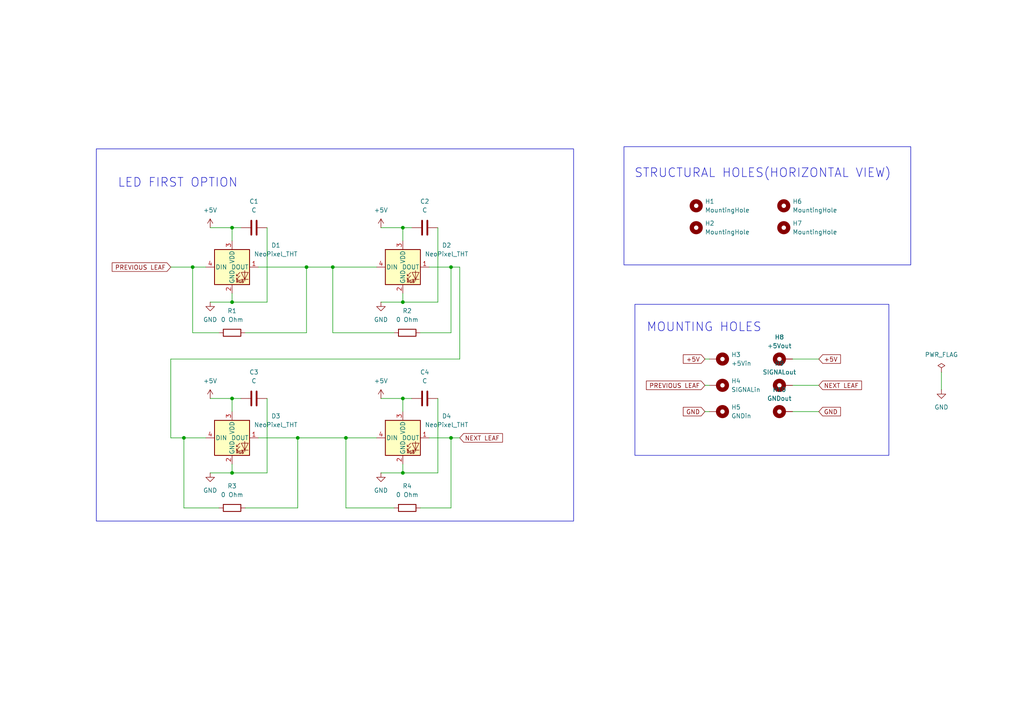
<source format=kicad_sch>
(kicad_sch (version 20231120) (generator "eeschema") (generator_version "8.0")
  (paper "A4")
  (lib_symbols
    (symbol "Device:C" (pin_numbers hide) (pin_names (offset 0.254))
      (property "Reference" "C" (at 0.635 2.54 0))
      (property "Value" "C" (at 0.635 -2.54 0))
      (symbol "C_0_1"
        (polyline (pts (xy -2.032 -0.762) (xy 2.032 -0.762)) (stroke (width 0.508)))
        (polyline (pts (xy -2.032 0.762) (xy 2.032 0.762)) (stroke (width 0.508)))
      )
      (symbol "C_1_1"
        (pin passive line (at 0 3.81 270) (length 2.794) (name "~") (number "1"))
        (pin passive line (at 0 -3.81 90) (length 2.794) (name "~") (number "2"))
      )
    )
    (symbol "Device:R" (pin_numbers hide) (pin_names (offset 0))
      (property "Reference" "R" (at 2.032 0 90))
      (property "Value" "R" (at 0 0 90))
      (symbol "R_0_1"
        (rectangle (start -1.016 -2.54) (end 1.016 2.54) (stroke (width 0.254)))
      )
      (symbol "R_1_1"
        (pin passive line (at 0 3.81 270) (length 1.27) (name "~") (number "1"))
        (pin passive line (at 0 -3.81 90) (length 1.27) (name "~") (number "2"))
      )
    )
    (symbol "LED:NeoPixel_THT" (pin_names (offset 0.254))
      (property "Reference" "D" (at 5.08 5.715 0))
      (property "Value" "NeoPixel_THT" (at 1.27 -5.715 0))
      (symbol "NeoPixel_THT_0_0"
        (text "RGB" (at 2.286 -4.191 0) (effects (font (size 0.762 0.762))))
      )
      (symbol "NeoPixel_THT_0_1"
        (polyline (pts (xy 1.27 -3.556) (xy 1.778 -3.556)))
        (polyline (pts (xy 1.27 -2.54) (xy 1.778 -2.54)))
        (polyline (pts (xy 4.699 -3.556) (xy 2.667 -3.556)))
        (polyline (pts (xy 2.286 -2.54) (xy 1.27 -3.556) (xy 1.27 -3.048)))
        (polyline (pts (xy 2.286 -1.524) (xy 1.27 -2.54) (xy 1.27 -2.032)))
        (polyline (pts (xy 3.683 -1.016) (xy 3.683 -3.556) (xy 3.683 -4.064)))
        (polyline (pts (xy 4.699 -1.524) (xy 2.667 -1.524) (xy 3.683 -3.556) (xy 4.699 -1.524)))
        (rectangle (start 5.08 5.08) (end -5.08 -5.08) (stroke (width 0.254)) (fill (type background)))
      )
      (symbol "NeoPixel_THT_1_1"
        (pin output line (at 7.62 0 180) (length 2.54) (name "DOUT") (number "1"))
        (pin power_in line (at 0 -7.62 90) (length 2.54) (name "GND") (number "2"))
        (pin power_in line (at 0 7.62 270) (length 2.54) (name "VDD") (number "3"))
        (pin input line (at -7.62 0 0) (length 2.54) (name "DIN") (number "4"))
      )
    )
    (symbol "Mechanical:MountingHole" (pin_names (offset 1.016)) (exclude_from_sim yes) (in_bom no)
      (property "Reference" "H" (at 0 5.08 0))
      (property "Value" "MountingHole" (at 0 3.175 0))
      (symbol "MountingHole_0_1"
        (circle (center 0 0) (radius 1.27) (stroke (width 1.27)))
      )
    )
    (symbol "Mechanical:MountingHole_Pad" (pin_numbers hide) (pin_names (offset 1.016) hide) (exclude_from_sim yes) (in_bom no)
      (property "Reference" "H" (at 0 6.35 0))
      (property "Value" "MountingHole_Pad" (at 0 4.445 0))
      (symbol "MountingHole_Pad_0_1"
        (circle (center 0 1.27) (radius 1.27) (stroke (width 1.27)))
      )
      (symbol "MountingHole_Pad_1_1"
        (pin input line (at 0 -2.54 90) (length 2.54) (name "1") (number "1"))
      )
    )
    (symbol "power:GND" (power) (pin_numbers hide) (pin_names (offset 0) hide)
      (property "Value" "GND" (at 0 -3.81 0))
      (symbol "GND_0_1"
        (polyline (pts (xy 0 0) (xy 0 -1.27) (xy 1.27 -1.27) (xy 0 -2.54) (xy -1.27 -1.27) (xy 0 -1.27)))
      )
      (symbol "GND_1_1"
        (pin power_in line (at 0 0 270) (length 0) (name "~") (number "1"))
      )
    )
    (symbol "power:PWR_FLAG" (power) (pin_numbers hide) (pin_names (offset 0) hide)
      (property "Value" "PWR_FLAG" (at 0 3.81 0))
      (symbol "PWR_FLAG_0_0"
        (pin power_out line (at 0 0 90) (length 0) (name "~") (number "1"))
      )
      (symbol "PWR_FLAG_0_1"
        (polyline (pts (xy 0 0) (xy 0 1.27) (xy -1.016 1.905) (xy 0 2.54) (xy 1.016 1.905) (xy 0 1.27)))
      )
    )
    (symbol "power:VCC" (power) (pin_numbers hide) (pin_names (offset 0) hide)
      (property "Value" "VCC" (at 0 3.556 0))
      (symbol "VCC_0_1"
        (polyline (pts (xy -0.762 1.27) (xy 0 2.54)))
        (polyline (pts (xy 0 0) (xy 0 2.54)))
        (polyline (pts (xy 0 2.54) (xy 0.762 1.27)))
      )
      (symbol "VCC_1_1"
        (pin power_in line (at 0 0 90) (length 0) (name "~") (number "1"))
      )
    )
  )
  (junction (at 86.36 127))
  (junction (at 116.84 66.04))
  (junction (at 67.31 115.57))
  (junction (at 96.52 77.47))
  (junction (at 53.34 127))
  (junction (at 55.88 77.47))
  (junction (at 116.84 115.57))
  (junction (at 67.31 66.04))
  (junction (at 88.9 77.47))
  (junction (at 130.81 127))
  (junction (at 67.31 137.16))
  (junction (at 130.81 77.47))
  (junction (at 116.84 87.63))
  (junction (at 100.33 127))
  (junction (at 116.84 137.16))
  (junction (at 67.31 87.63))
  (wire (pts (xy 63.5 147.32) (xy 53.34 147.32)))
  (wire (pts (xy 121.92 96.52) (xy 130.81 96.52)))
  (wire (pts (xy 127 137.16) (xy 116.84 137.16)))
  (wire (pts (xy 86.36 147.32) (xy 86.36 127)))
  (wire (pts (xy 110.49 137.16) (xy 116.84 137.16)))
  (wire (pts (xy 77.47 66.04) (xy 77.47 87.63)))
  (wire (pts (xy 60.96 66.04) (xy 67.31 66.04)))
  (wire (pts (xy 116.84 115.57) (xy 116.84 119.38)))
  (wire (pts (xy 273.05 107.95) (xy 273.05 113.03)))
  (wire (pts (xy 114.3 96.52) (xy 96.52 96.52)))
  (wire (pts (xy 204.47 104.14) (xy 205.74 104.14)))
  (wire (pts (xy 116.84 66.04) (xy 116.84 69.85)))
  (wire (pts (xy 67.31 134.62) (xy 67.31 137.16)))
  (wire (pts (xy 88.9 77.47) (xy 96.52 77.47)))
  (wire (pts (xy 130.81 127) (xy 133.35 127)))
  (wire (pts (xy 127 87.63) (xy 116.84 87.63)))
  (wire (pts (xy 110.49 115.57) (xy 116.84 115.57)))
  (wire (pts (xy 71.12 147.32) (xy 86.36 147.32)))
  (wire (pts (xy 100.33 147.32) (xy 100.33 127)))
  (wire (pts (xy 130.81 96.52) (xy 130.81 77.47)))
  (wire (pts (xy 124.46 77.47) (xy 130.81 77.47)))
  (wire (pts (xy 67.31 85.09) (xy 67.31 87.63)))
  (wire (pts (xy 55.88 96.52) (xy 55.88 77.47)))
  (wire (pts (xy 55.88 77.47) (xy 59.69 77.47)))
  (wire (pts (xy 88.9 96.52) (xy 88.9 77.47)))
  (wire (pts (xy 96.52 96.52) (xy 96.52 77.47)))
  (wire (pts (xy 110.49 87.63) (xy 116.84 87.63)))
  (wire (pts (xy 53.34 127) (xy 49.53 127)))
  (wire (pts (xy 60.96 87.63) (xy 67.31 87.63)))
  (wire (pts (xy 100.33 127) (xy 109.22 127)))
  (wire (pts (xy 74.93 127) (xy 86.36 127)))
  (wire (pts (xy 133.35 77.47) (xy 133.35 104.14)))
  (wire (pts (xy 59.69 127) (xy 53.34 127)))
  (wire (pts (xy 96.52 77.47) (xy 109.22 77.47)))
  (wire (pts (xy 116.84 134.62) (xy 116.84 137.16)))
  (wire (pts (xy 67.31 66.04) (xy 67.31 69.85)))
  (wire (pts (xy 121.92 147.32) (xy 130.81 147.32)))
  (wire (pts (xy 63.5 96.52) (xy 55.88 96.52)))
  (wire (pts (xy 49.53 104.14) (xy 133.35 104.14)))
  (wire (pts (xy 60.96 115.57) (xy 67.31 115.57)))
  (wire (pts (xy 86.36 127) (xy 100.33 127)))
  (wire (pts (xy 49.53 77.47) (xy 55.88 77.47)))
  (wire (pts (xy 71.12 96.52) (xy 88.9 96.52)))
  (wire (pts (xy 127 115.57) (xy 127 137.16)))
  (wire (pts (xy 69.85 66.04) (xy 67.31 66.04)))
  (wire (pts (xy 74.93 77.47) (xy 88.9 77.47)))
  (wire (pts (xy 110.49 66.04) (xy 116.84 66.04)))
  (wire (pts (xy 114.3 147.32) (xy 100.33 147.32)))
  (wire (pts (xy 77.47 115.57) (xy 77.47 137.16)))
  (wire (pts (xy 127 66.04) (xy 127 87.63)))
  (wire (pts (xy 77.47 87.63) (xy 67.31 87.63)))
  (wire (pts (xy 60.96 137.16) (xy 67.31 137.16)))
  (wire (pts (xy 124.46 127) (xy 130.81 127)))
  (wire (pts (xy 204.47 119.38) (xy 205.74 119.38)))
  (wire (pts (xy 53.34 147.32) (xy 53.34 127)))
  (wire (pts (xy 77.47 137.16) (xy 67.31 137.16)))
  (wire (pts (xy 204.47 111.76) (xy 205.74 111.76)))
  (wire (pts (xy 69.85 115.57) (xy 67.31 115.57)))
  (wire (pts (xy 67.31 115.57) (xy 67.31 119.38)))
  (wire (pts (xy 119.38 66.04) (xy 116.84 66.04)))
  (wire (pts (xy 49.53 104.14) (xy 49.53 127)))
  (wire (pts (xy 130.81 147.32) (xy 130.81 127)))
  (wire (pts (xy 119.38 115.57) (xy 116.84 115.57)))
  (wire (pts (xy 116.84 85.09) (xy 116.84 87.63)))
  (wire (pts (xy 229.87 119.38) (xy 237.49 119.38)))
  (wire (pts (xy 130.81 77.47) (xy 133.35 77.47)))
  (wire (pts (xy 229.87 111.76) (xy 237.49 111.76)))
  (wire (pts (xy 229.87 104.14) (xy 237.49 104.14)))
  (rectangle (start 184.15 88.265) (end 257.81 132.08))
  (rectangle (start 27.94 43.18) (end 166.37 151.13))
  (rectangle (start 180.975 42.545) (end 264.16 76.835))
  (text "MOUNTING HOLES\n" (at 204.216 94.996 0) (effects (font (size 2.54 2.54))))
  (text "STRUCTURAL HOLES(HORIZONTAL VIEW)\n" (at 221.234 50.292 0) (effects (font (size 2.54 2.54))))
  (text "LED FIRST OPTION\n" (at 51.562 53.086 0) (effects (font (size 2.54 2.54))))
  (global_label "GND" (shape input) (at 237.49 119.38 0) (property "Intersheetrefs" "${INTERSHEET_REFS}" (effects (hide yes))))
  (global_label "+5V" (shape input) (at 237.49 104.14 0) (property "Intersheetrefs" "${INTERSHEET_REFS}" (effects (hide yes))))
  (global_label "PREVIOUS LEAF" (shape input) (at 204.47 111.76 180) (property "Intersheetrefs" "${INTERSHEET_REFS}" (effects (hide yes))))
  (global_label "NEXT LEAF" (shape input) (at 133.35 127 0) (property "Intersheetrefs" "${INTERSHEET_REFS}" (effects (hide yes))))
  (global_label "+5V" (shape input) (at 204.47 104.14 180) (property "Intersheetrefs" "${INTERSHEET_REFS}" (effects (hide yes))))
  (global_label "NEXT LEAF" (shape input) (at 237.49 111.76 0) (property "Intersheetrefs" "${INTERSHEET_REFS}" (effects (hide yes))))
  (global_label "PREVIOUS LEAF" (shape input) (at 49.53 77.47 180) (property "Intersheetrefs" "${INTERSHEET_REFS}" (effects (hide yes))))
  (global_label "GND" (shape input) (at 204.47 119.38 180) (property "Intersheetrefs" "${INTERSHEET_REFS}" (effects (hide yes))))
  (symbol (lib_id "Mechanical:MountingHole_Pad") (at 227.33 119.38 90) (unit 1) (exclude_from_sim yes) (in_bom no)
    (property "Reference" "H10" (at 226.06 113.03 90))
    (property "Value" "GNDout" (at 226.06 115.57 90))
    (property "Footprint" "MountingHole:MountingHole_2.2mm_M2_DIN965_Pad" (effects (hide yes)))
    (property "Description" "Mounting Hole with connection" (effects (hide yes)))
  )
  (symbol (lib_id "power:GND") (at 110.49 87.63 0) (unit 1)
    (property "Reference" "#PWR06" (effects (hide yes)))
    (property "Value" "GND" (at 110.49 92.71 0))
    (property "Description" "Power symbol creates a global label with name \"GND\" , ground" (effects (hide yes)))
  )
  (symbol (lib_id "Mechanical:MountingHole_Pad") (at 208.28 104.14 270) (unit 1) (exclude_from_sim yes) (in_bom no)
    (property "Reference" "H3" (at 212.09 102.8699 90) (effects (justify left)))
    (property "Value" "+5Vin" (at 212.09 105.4099 90) (effects (justify left)))
    (property "Footprint" "MountingHole:MountingHole_2.2mm_M2_DIN965_Pad" (effects (hide yes)))
    (property "Description" "Mounting Hole with connection" (effects (hide yes)))
  )
  (symbol (lib_id "LED:NeoPixel_THT") (at 116.84 77.47 0) (unit 1)
    (property "Reference" "D2" (at 129.54 71.1514 0))
    (property "Value" "NeoPixel_THT" (at 129.54 73.6914 0))
    (property "Footprint" "LED_SMD:LED NEOPIXELS CORONA CORRECT" (effects (hide yes)))
    (property "Datasheet" "https://www.adafruit.com/product/1938" (effects (hide yes)))
    (property "Description" "RGB LED with integrated controller, 5mm/8mm LED package" (effects (hide yes)))
  )
  (symbol (lib_id "Mechanical:MountingHole_Pad") (at 227.33 104.14 90) (unit 1) (exclude_from_sim yes) (in_bom no)
    (property "Reference" "H8" (at 226.06 97.79 90))
    (property "Value" "+5Vout" (at 226.06 100.33 90))
    (property "Footprint" "MountingHole:MountingHole_2.2mm_M2_DIN965_Pad" (effects (hide yes)))
    (property "Description" "Mounting Hole with connection" (effects (hide yes)))
  )
  (symbol (lib_id "Device:R") (at 118.11 96.52 90) (unit 1)
    (property "Reference" "R2" (at 118.11 90.17 90))
    (property "Value" "0 Ohm" (at 118.11 92.71 90))
    (property "Footprint" "Resistor_SMD:R_0805_2012Metric_Pad1.20x1.40mm_HandSolder" (effects (hide yes)))
    (property "Description" "Resistor" (effects (hide yes)))
  )
  (symbol (lib_id "Mechanical:MountingHole") (at 201.93 59.69 0) (unit 1) (exclude_from_sim yes) (in_bom no)
    (property "Reference" "H1" (at 204.47 58.4199 0) (effects (justify left)))
    (property "Value" "MountingHole" (at 204.47 60.9599 0) (effects (justify left)))
    (property "Footprint" "MountingHole:MountingHole_2.1mm" (effects (hide yes)))
    (property "Description" "Mounting Hole without connection" (effects (hide yes)))
  )
  (symbol (lib_id "Device:C") (at 123.19 66.04 90) (unit 1)
    (property "Reference" "C2" (at 123.19 58.42 90))
    (property "Value" "C" (at 123.19 60.96 90))
    (property "Footprint" "Capacitor_SMD:C_0805_2012Metric_Pad1.18x1.45mm_HandSolder" (effects (hide yes)))
    (property "Description" "Unpolarized capacitor" (effects (hide yes)))
  )
  (symbol (lib_id "Device:R") (at 67.31 147.32 90) (unit 1)
    (property "Reference" "R3" (at 67.31 140.97 90))
    (property "Value" "0 Ohm" (at 67.31 143.51 90))
    (property "Footprint" "Resistor_SMD:R_0805_2012Metric_Pad1.20x1.40mm_HandSolder" (effects (hide yes)))
    (property "Description" "Resistor" (effects (hide yes)))
  )
  (symbol (lib_id "Mechanical:MountingHole") (at 201.93 66.04 0) (unit 1) (exclude_from_sim yes) (in_bom no)
    (property "Reference" "H2" (at 204.47 64.7699 0) (effects (justify left)))
    (property "Value" "MountingHole" (at 204.47 67.3099 0) (effects (justify left)))
    (property "Footprint" "MountingHole:MountingHole_2.1mm" (effects (hide yes)))
    (property "Description" "Mounting Hole without connection" (effects (hide yes)))
  )
  (symbol (lib_id "Mechanical:MountingHole_Pad") (at 208.28 119.38 270) (unit 1) (exclude_from_sim yes) (in_bom no)
    (property "Reference" "H5" (at 212.09 118.1099 90) (effects (justify left)))
    (property "Value" "GNDin" (at 212.09 120.6499 90) (effects (justify left)))
    (property "Footprint" "MountingHole:MountingHole_2.2mm_M2_DIN965_Pad" (effects (hide yes)))
    (property "Description" "Mounting Hole with connection" (effects (hide yes)))
  )
  (symbol (lib_id "power:VCC") (at 110.49 66.04 0) (unit 1)
    (property "Reference" "#PWR05" (effects (hide yes)))
    (property "Value" "+5V" (at 110.49 60.96 0))
    (property "Description" "Power symbol creates a global label with name \"VCC\"" (effects (hide yes)))
  )
  (symbol (lib_id "Device:C") (at 73.66 66.04 90) (unit 1)
    (property "Reference" "C1" (at 73.66 58.42 90))
    (property "Value" "C" (at 73.66 60.96 90))
    (property "Footprint" "Capacitor_SMD:C_0805_2012Metric_Pad1.18x1.45mm_HandSolder" (effects (hide yes)))
    (property "Description" "Unpolarized capacitor" (effects (hide yes)))
  )
  (symbol (lib_id "power:GND") (at 60.96 87.63 0) (unit 1)
    (property "Reference" "#PWR02" (effects (hide yes)))
    (property "Value" "GND" (at 60.96 92.71 0))
    (property "Description" "Power symbol creates a global label with name \"GND\" , ground" (effects (hide yes)))
  )
  (symbol (lib_id "LED:NeoPixel_THT") (at 116.84 127 0) (unit 1)
    (property "Reference" "D4" (at 129.54 120.6814 0))
    (property "Value" "NeoPixel_THT" (at 129.54 123.2214 0))
    (property "Footprint" "LED_SMD:LED NEOPIXELS CORONA CORRECT" (effects (hide yes)))
    (property "Datasheet" "https://www.adafruit.com/product/1938" (effects (hide yes)))
    (property "Description" "RGB LED with integrated controller, 5mm/8mm LED package" (effects (hide yes)))
  )
  (symbol (lib_id "Device:R") (at 118.11 147.32 90) (unit 1)
    (property "Reference" "R4" (at 118.11 140.97 90))
    (property "Value" "0 Ohm" (at 118.11 143.51 90))
    (property "Footprint" "Resistor_SMD:R_0805_2012Metric_Pad1.20x1.40mm_HandSolder" (effects (hide yes)))
    (property "Description" "Resistor" (effects (hide yes)))
  )
  (symbol (lib_id "power:VCC") (at 60.96 115.57 0) (unit 1)
    (property "Reference" "#PWR03" (effects (hide yes)))
    (property "Value" "+5V" (at 60.96 110.49 0))
    (property "Description" "Power symbol creates a global label with name \"VCC\"" (effects (hide yes)))
  )
  (symbol (lib_id "power:VCC") (at 60.96 66.04 0) (unit 1)
    (property "Reference" "#PWR01" (effects (hide yes)))
    (property "Value" "+5V" (at 60.96 60.96 0))
    (property "Description" "Power symbol creates a global label with name \"VCC\"" (effects (hide yes)))
  )
  (symbol (lib_id "power:PWR_FLAG") (at 273.05 107.95 0) (unit 1)
    (property "Reference" "#FLG01" (effects (hide yes)))
    (property "Value" "PWR_FLAG" (at 273.05 102.87 0))
    (property "Description" "Special symbol for telling ERC where power comes from" (effects (hide yes)))
  )
  (symbol (lib_id "Device:C") (at 123.19 115.57 90) (unit 1)
    (property "Reference" "C4" (at 123.19 107.95 90))
    (property "Value" "C" (at 123.19 110.49 90))
    (property "Footprint" "Capacitor_SMD:C_0805_2012Metric_Pad1.18x1.45mm_HandSolder" (effects (hide yes)))
    (property "Description" "Unpolarized capacitor" (effects (hide yes)))
  )
  (symbol (lib_id "power:GND") (at 273.05 113.03 0) (unit 1)
    (property "Reference" "#PWR09" (effects (hide yes)))
    (property "Value" "GND" (at 273.05 118.11 0))
    (property "Description" "Power symbol creates a global label with name \"GND\" , ground" (effects (hide yes)))
  )
  (symbol (lib_id "power:VCC") (at 110.49 115.57 0) (unit 1)
    (property "Reference" "#PWR07" (effects (hide yes)))
    (property "Value" "+5V" (at 110.49 110.49 0))
    (property "Description" "Power symbol creates a global label with name \"VCC\"" (effects (hide yes)))
  )
  (symbol (lib_id "Mechanical:MountingHole_Pad") (at 227.33 111.76 90) (unit 1) (exclude_from_sim yes) (in_bom no)
    (property "Reference" "H9" (at 226.06 105.41 90))
    (property "Value" "SIGNALout" (at 226.06 107.95 90))
    (property "Footprint" "MountingHole:MountingHole_2.2mm_M2_DIN965_Pad" (effects (hide yes)))
    (property "Description" "Mounting Hole with connection" (effects (hide yes)))
  )
  (symbol (lib_id "power:GND") (at 60.96 137.16 0) (unit 1)
    (property "Reference" "#PWR04" (effects (hide yes)))
    (property "Value" "GND" (at 60.96 142.24 0))
    (property "Description" "Power symbol creates a global label with name \"GND\" , ground" (effects (hide yes)))
  )
  (symbol (lib_id "Device:R") (at 67.31 96.52 270) (unit 1)
    (property "Reference" "R1" (at 67.31 90.17 90))
    (property "Value" "0 Ohm" (at 67.31 92.71 90))
    (property "Footprint" "Resistor_SMD:R_0805_2012Metric_Pad1.20x1.40mm_HandSolder" (effects (hide yes)))
    (property "Description" "Resistor" (effects (hide yes)))
  )
  (symbol (lib_id "Mechanical:MountingHole") (at 227.33 66.04 0) (unit 1) (exclude_from_sim yes) (in_bom no)
    (property "Reference" "H7" (at 229.87 64.7699 0) (effects (justify left)))
    (property "Value" "MountingHole" (at 229.87 67.3099 0) (effects (justify left)))
    (property "Footprint" "MountingHole:MountingHole_2.1mm" (effects (hide yes)))
    (property "Description" "Mounting Hole without connection" (effects (hide yes)))
  )
  (symbol (lib_id "Mechanical:MountingHole_Pad") (at 208.28 111.76 270) (unit 1) (exclude_from_sim yes) (in_bom no)
    (property "Reference" "H4" (at 212.09 110.4899 90) (effects (justify left)))
    (property "Value" "SIGNALin" (at 212.09 113.0299 90) (effects (justify left)))
    (property "Footprint" "MountingHole:MountingHole_2.2mm_M2_DIN965_Pad" (effects (hide yes)))
    (property "Description" "Mounting Hole with connection" (effects (hide yes)))
  )
  (symbol (lib_id "power:GND") (at 110.49 137.16 0) (unit 1)
    (property "Reference" "#PWR08" (effects (hide yes)))
    (property "Value" "GND" (at 110.49 142.24 0))
    (property "Description" "Power symbol creates a global label with name \"GND\" , ground" (effects (hide yes)))
  )
  (symbol (lib_id "Mechanical:MountingHole") (at 227.33 59.69 0) (unit 1) (exclude_from_sim yes) (in_bom no)
    (property "Reference" "H6" (at 229.87 58.4199 0) (effects (justify left)))
    (property "Value" "MountingHole" (at 229.87 60.9599 0) (effects (justify left)))
    (property "Footprint" "MountingHole:MountingHole_2.1mm" (effects (hide yes)))
    (property "Description" "Mounting Hole without connection" (effects (hide yes)))
  )
  (symbol (lib_id "Device:C") (at 73.66 115.57 90) (unit 1)
    (property "Reference" "C3" (at 73.66 107.95 90))
    (property "Value" "C" (at 73.66 110.49 90))
    (property "Footprint" "Capacitor_SMD:C_0805_2012Metric_Pad1.18x1.45mm_HandSolder" (effects (hide yes)))
    (property "Description" "Unpolarized capacitor" (effects (hide yes)))
  )
  (symbol (lib_id "LED:NeoPixel_THT") (at 67.31 77.47 0) (unit 1)
    (property "Reference" "D1" (at 80.01 71.1514 0))
    (property "Value" "NeoPixel_THT" (at 80.01 73.6914 0))
    (property "Footprint" "LED_SMD:LED NEOPIXELS CORONA CORRECT" (effects (hide yes)))
    (property "Datasheet" "https://www.adafruit.com/product/1938" (effects (hide yes)))
    (property "Description" "RGB LED with integrated controller, 5mm/8mm LED package" (effects (hide yes)))
  )
  (symbol (lib_id "LED:NeoPixel_THT") (at 67.31 127 0) (unit 1)
    (property "Reference" "D3" (at 80.01 120.6814 0))
    (property "Value" "NeoPixel_THT" (at 80.01 123.2214 0))
    (property "Footprint" "LED_SMD:LED NEOPIXELS CORONA CORRECT" (effects (hide yes)))
    (property "Datasheet" "https://www.adafruit.com/product/1938" (effects (hide yes)))
    (property "Description" "RGB LED with integrated controller, 5mm/8mm LED package" (effects (hide yes)))
  )
)
</source>
